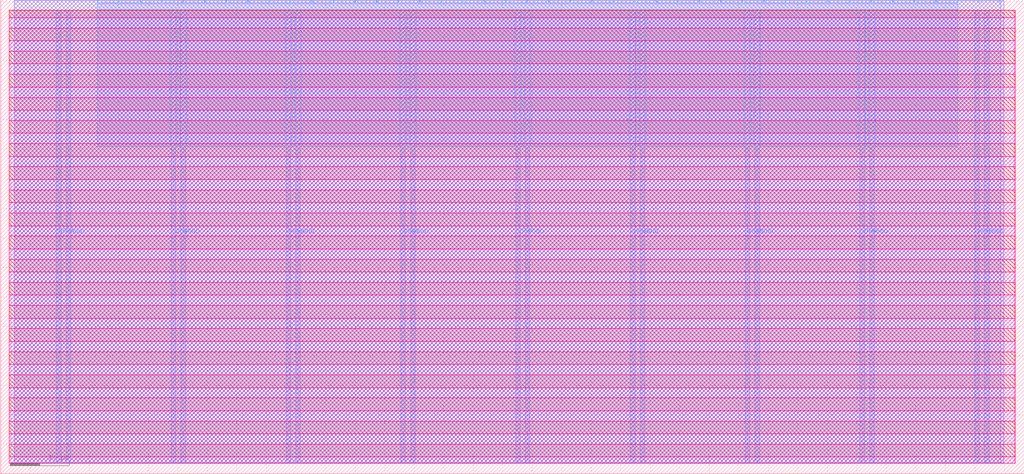
<source format=lef>
VERSION 5.7 ;
  NOWIREEXTENSIONATPIN ON ;
  DIVIDERCHAR "/" ;
  BUSBITCHARS "[]" ;
MACRO tt_um_zacky1972_PVTMonitorSuite
  CLASS BLOCK ;
  FOREIGN tt_um_zacky1972_PVTMonitorSuite ;
  ORIGIN 0.000 0.000 ;
  SIZE 346.640 BY 160.720 ;
  PIN VGND
    DIRECTION INOUT ;
    USE GROUND ;
    PORT
      LAYER Metal4 ;
        RECT 22.180 3.620 23.780 157.100 ;
    END
    PORT
      LAYER Metal4 ;
        RECT 61.050 3.620 62.650 157.100 ;
    END
    PORT
      LAYER Metal4 ;
        RECT 99.920 3.620 101.520 157.100 ;
    END
    PORT
      LAYER Metal4 ;
        RECT 138.790 3.620 140.390 157.100 ;
    END
    PORT
      LAYER Metal4 ;
        RECT 177.660 3.620 179.260 157.100 ;
    END
    PORT
      LAYER Metal4 ;
        RECT 216.530 3.620 218.130 157.100 ;
    END
    PORT
      LAYER Metal4 ;
        RECT 255.400 3.620 257.000 157.100 ;
    END
    PORT
      LAYER Metal4 ;
        RECT 294.270 3.620 295.870 157.100 ;
    END
    PORT
      LAYER Metal4 ;
        RECT 333.140 3.620 334.740 157.100 ;
    END
  END VGND
  PIN VPWR
    DIRECTION INOUT ;
    USE POWER ;
    PORT
      LAYER Metal4 ;
        RECT 18.880 3.620 20.480 157.100 ;
    END
    PORT
      LAYER Metal4 ;
        RECT 57.750 3.620 59.350 157.100 ;
    END
    PORT
      LAYER Metal4 ;
        RECT 96.620 3.620 98.220 157.100 ;
    END
    PORT
      LAYER Metal4 ;
        RECT 135.490 3.620 137.090 157.100 ;
    END
    PORT
      LAYER Metal4 ;
        RECT 174.360 3.620 175.960 157.100 ;
    END
    PORT
      LAYER Metal4 ;
        RECT 213.230 3.620 214.830 157.100 ;
    END
    PORT
      LAYER Metal4 ;
        RECT 252.100 3.620 253.700 157.100 ;
    END
    PORT
      LAYER Metal4 ;
        RECT 290.970 3.620 292.570 157.100 ;
    END
    PORT
      LAYER Metal4 ;
        RECT 329.840 3.620 331.440 157.100 ;
    END
  END VPWR
  PIN clk
    DIRECTION INPUT ;
    USE SIGNAL ;
    PORT
      LAYER Metal4 ;
        RECT 331.090 159.720 331.390 160.720 ;
    END
  END clk
  PIN ena
    DIRECTION INPUT ;
    USE SIGNAL ;
    PORT
      LAYER Metal4 ;
        RECT 338.370 159.720 338.670 160.720 ;
    END
  END ena
  PIN rst_n
    DIRECTION INPUT ;
    USE SIGNAL ;
    ANTENNAGATEAREA 1.183000 ;
    PORT
      LAYER Metal4 ;
        RECT 323.810 159.720 324.110 160.720 ;
    END
  END rst_n
  PIN ui_in[0]
    DIRECTION INPUT ;
    USE SIGNAL ;
    ANTENNAGATEAREA 0.498500 ;
    PORT
      LAYER Metal4 ;
        RECT 316.530 159.720 316.830 160.720 ;
    END
  END ui_in[0]
  PIN ui_in[1]
    DIRECTION INPUT ;
    USE SIGNAL ;
    ANTENNAGATEAREA 0.396000 ;
    PORT
      LAYER Metal4 ;
        RECT 309.250 159.720 309.550 160.720 ;
    END
  END ui_in[1]
  PIN ui_in[2]
    DIRECTION INPUT ;
    USE SIGNAL ;
    ANTENNAGATEAREA 1.102000 ;
    PORT
      LAYER Metal4 ;
        RECT 301.970 159.720 302.270 160.720 ;
    END
  END ui_in[2]
  PIN ui_in[3]
    DIRECTION INPUT ;
    USE SIGNAL ;
    ANTENNAGATEAREA 0.498500 ;
    PORT
      LAYER Metal4 ;
        RECT 294.690 159.720 294.990 160.720 ;
    END
  END ui_in[3]
  PIN ui_in[4]
    DIRECTION INPUT ;
    USE SIGNAL ;
    ANTENNAGATEAREA 0.396000 ;
    PORT
      LAYER Metal4 ;
        RECT 287.410 159.720 287.710 160.720 ;
    END
  END ui_in[4]
  PIN ui_in[5]
    DIRECTION INPUT ;
    USE SIGNAL ;
    ANTENNAGATEAREA 0.726000 ;
    PORT
      LAYER Metal4 ;
        RECT 280.130 159.720 280.430 160.720 ;
    END
  END ui_in[5]
  PIN ui_in[6]
    DIRECTION INPUT ;
    USE SIGNAL ;
    ANTENNAGATEAREA 0.498500 ;
    PORT
      LAYER Metal4 ;
        RECT 272.850 159.720 273.150 160.720 ;
    END
  END ui_in[6]
  PIN ui_in[7]
    DIRECTION INPUT ;
    USE SIGNAL ;
    ANTENNAGATEAREA 1.102000 ;
    PORT
      LAYER Metal4 ;
        RECT 265.570 159.720 265.870 160.720 ;
    END
  END ui_in[7]
  PIN uio_in[0]
    DIRECTION INPUT ;
    USE SIGNAL ;
    ANTENNAGATEAREA 0.741000 ;
    PORT
      LAYER Metal4 ;
        RECT 258.290 159.720 258.590 160.720 ;
    END
  END uio_in[0]
  PIN uio_in[1]
    DIRECTION INPUT ;
    USE SIGNAL ;
    ANTENNAGATEAREA 0.741000 ;
    PORT
      LAYER Metal4 ;
        RECT 251.010 159.720 251.310 160.720 ;
    END
  END uio_in[1]
  PIN uio_in[2]
    DIRECTION INPUT ;
    USE SIGNAL ;
    ANTENNAGATEAREA 0.396000 ;
    PORT
      LAYER Metal4 ;
        RECT 243.730 159.720 244.030 160.720 ;
    END
  END uio_in[2]
  PIN uio_in[3]
    DIRECTION INPUT ;
    USE SIGNAL ;
    ANTENNAGATEAREA 0.396000 ;
    PORT
      LAYER Metal4 ;
        RECT 236.450 159.720 236.750 160.720 ;
    END
  END uio_in[3]
  PIN uio_in[4]
    DIRECTION INPUT ;
    USE SIGNAL ;
    ANTENNAGATEAREA 0.396000 ;
    PORT
      LAYER Metal4 ;
        RECT 229.170 159.720 229.470 160.720 ;
    END
  END uio_in[4]
  PIN uio_in[5]
    DIRECTION INPUT ;
    USE SIGNAL ;
    ANTENNAGATEAREA 0.396000 ;
    PORT
      LAYER Metal4 ;
        RECT 221.890 159.720 222.190 160.720 ;
    END
  END uio_in[5]
  PIN uio_in[6]
    DIRECTION INPUT ;
    USE SIGNAL ;
    ANTENNAGATEAREA 0.396000 ;
    PORT
      LAYER Metal4 ;
        RECT 214.610 159.720 214.910 160.720 ;
    END
  END uio_in[6]
  PIN uio_in[7]
    DIRECTION INPUT ;
    USE SIGNAL ;
    ANTENNAGATEAREA 0.396000 ;
    PORT
      LAYER Metal4 ;
        RECT 207.330 159.720 207.630 160.720 ;
    END
  END uio_in[7]
  PIN uio_oe[0]
    DIRECTION OUTPUT ;
    USE SIGNAL ;
    ANTENNADIFFAREA 0.536800 ;
    PORT
      LAYER Metal4 ;
        RECT 83.570 159.720 83.870 160.720 ;
    END
  END uio_oe[0]
  PIN uio_oe[1]
    DIRECTION OUTPUT ;
    USE SIGNAL ;
    ANTENNADIFFAREA 0.536800 ;
    PORT
      LAYER Metal4 ;
        RECT 76.290 159.720 76.590 160.720 ;
    END
  END uio_oe[1]
  PIN uio_oe[2]
    DIRECTION OUTPUT ;
    USE SIGNAL ;
    ANTENNADIFFAREA 0.536800 ;
    PORT
      LAYER Metal4 ;
        RECT 69.010 159.720 69.310 160.720 ;
    END
  END uio_oe[2]
  PIN uio_oe[3]
    DIRECTION OUTPUT ;
    USE SIGNAL ;
    ANTENNADIFFAREA 0.536800 ;
    PORT
      LAYER Metal4 ;
        RECT 61.730 159.720 62.030 160.720 ;
    END
  END uio_oe[3]
  PIN uio_oe[4]
    DIRECTION OUTPUT ;
    USE SIGNAL ;
    ANTENNADIFFAREA 0.536800 ;
    PORT
      LAYER Metal4 ;
        RECT 54.450 159.720 54.750 160.720 ;
    END
  END uio_oe[4]
  PIN uio_oe[5]
    DIRECTION OUTPUT ;
    USE SIGNAL ;
    ANTENNADIFFAREA 0.536800 ;
    PORT
      LAYER Metal4 ;
        RECT 47.170 159.720 47.470 160.720 ;
    END
  END uio_oe[5]
  PIN uio_oe[6]
    DIRECTION OUTPUT ;
    USE SIGNAL ;
    ANTENNADIFFAREA 0.536800 ;
    PORT
      LAYER Metal4 ;
        RECT 39.890 159.720 40.190 160.720 ;
    END
  END uio_oe[6]
  PIN uio_oe[7]
    DIRECTION OUTPUT ;
    USE SIGNAL ;
    ANTENNADIFFAREA 0.536800 ;
    PORT
      LAYER Metal4 ;
        RECT 32.610 159.720 32.910 160.720 ;
    END
  END uio_oe[7]
  PIN uio_out[0]
    DIRECTION OUTPUT ;
    USE SIGNAL ;
    ANTENNADIFFAREA 3.879200 ;
    PORT
      LAYER Metal4 ;
        RECT 141.810 159.720 142.110 160.720 ;
    END
  END uio_out[0]
  PIN uio_out[1]
    DIRECTION OUTPUT ;
    USE SIGNAL ;
    ANTENNADIFFAREA 3.879200 ;
    PORT
      LAYER Metal4 ;
        RECT 134.530 159.720 134.830 160.720 ;
    END
  END uio_out[1]
  PIN uio_out[2]
    DIRECTION OUTPUT ;
    USE SIGNAL ;
    ANTENNADIFFAREA 3.879200 ;
    PORT
      LAYER Metal4 ;
        RECT 127.250 159.720 127.550 160.720 ;
    END
  END uio_out[2]
  PIN uio_out[3]
    DIRECTION OUTPUT ;
    USE SIGNAL ;
    ANTENNADIFFAREA 3.879200 ;
    PORT
      LAYER Metal4 ;
        RECT 119.970 159.720 120.270 160.720 ;
    END
  END uio_out[3]
  PIN uio_out[4]
    DIRECTION OUTPUT ;
    USE SIGNAL ;
    ANTENNADIFFAREA 3.879200 ;
    PORT
      LAYER Metal4 ;
        RECT 112.690 159.720 112.990 160.720 ;
    END
  END uio_out[4]
  PIN uio_out[5]
    DIRECTION OUTPUT ;
    USE SIGNAL ;
    ANTENNADIFFAREA 3.879200 ;
    PORT
      LAYER Metal4 ;
        RECT 105.410 159.720 105.710 160.720 ;
    END
  END uio_out[5]
  PIN uio_out[6]
    DIRECTION OUTPUT ;
    USE SIGNAL ;
    ANTENNADIFFAREA 4.389000 ;
    PORT
      LAYER Metal4 ;
        RECT 98.130 159.720 98.430 160.720 ;
    END
  END uio_out[6]
  PIN uio_out[7]
    DIRECTION OUTPUT ;
    USE SIGNAL ;
    ANTENNADIFFAREA 3.879200 ;
    PORT
      LAYER Metal4 ;
        RECT 90.850 159.720 91.150 160.720 ;
    END
  END uio_out[7]
  PIN uo_out[0]
    DIRECTION OUTPUT ;
    USE SIGNAL ;
    ANTENNADIFFAREA 1.986000 ;
    PORT
      LAYER Metal4 ;
        RECT 200.050 159.720 200.350 160.720 ;
    END
  END uo_out[0]
  PIN uo_out[1]
    DIRECTION OUTPUT ;
    USE SIGNAL ;
    ANTENNADIFFAREA 1.986000 ;
    PORT
      LAYER Metal4 ;
        RECT 192.770 159.720 193.070 160.720 ;
    END
  END uo_out[1]
  PIN uo_out[2]
    DIRECTION OUTPUT ;
    USE SIGNAL ;
    ANTENNADIFFAREA 0.360800 ;
    PORT
      LAYER Metal4 ;
        RECT 185.490 159.720 185.790 160.720 ;
    END
  END uo_out[2]
  PIN uo_out[3]
    DIRECTION OUTPUT ;
    USE SIGNAL ;
    ANTENNADIFFAREA 0.360800 ;
    PORT
      LAYER Metal4 ;
        RECT 178.210 159.720 178.510 160.720 ;
    END
  END uo_out[3]
  PIN uo_out[4]
    DIRECTION OUTPUT ;
    USE SIGNAL ;
    ANTENNADIFFAREA 0.360800 ;
    PORT
      LAYER Metal4 ;
        RECT 170.930 159.720 171.230 160.720 ;
    END
  END uo_out[4]
  PIN uo_out[5]
    DIRECTION OUTPUT ;
    USE SIGNAL ;
    ANTENNADIFFAREA 0.360800 ;
    PORT
      LAYER Metal4 ;
        RECT 163.650 159.720 163.950 160.720 ;
    END
  END uo_out[5]
  PIN uo_out[6]
    DIRECTION OUTPUT ;
    USE SIGNAL ;
    ANTENNADIFFAREA 0.360800 ;
    PORT
      LAYER Metal4 ;
        RECT 156.370 159.720 156.670 160.720 ;
    END
  END uo_out[6]
  PIN uo_out[7]
    DIRECTION OUTPUT ;
    USE SIGNAL ;
    ANTENNADIFFAREA 2.932000 ;
    PORT
      LAYER Metal4 ;
        RECT 149.090 159.720 149.390 160.720 ;
    END
  END uo_out[7]
  OBS
      LAYER Nwell ;
        RECT 2.930 154.640 343.710 157.230 ;
      LAYER Pwell ;
        RECT 2.930 151.120 343.710 154.640 ;
      LAYER Nwell ;
        RECT 2.930 146.800 343.710 151.120 ;
      LAYER Pwell ;
        RECT 2.930 143.280 343.710 146.800 ;
      LAYER Nwell ;
        RECT 2.930 138.960 343.710 143.280 ;
      LAYER Pwell ;
        RECT 2.930 135.440 343.710 138.960 ;
      LAYER Nwell ;
        RECT 2.930 131.120 343.710 135.440 ;
      LAYER Pwell ;
        RECT 2.930 127.600 343.710 131.120 ;
      LAYER Nwell ;
        RECT 2.930 123.280 343.710 127.600 ;
      LAYER Pwell ;
        RECT 2.930 119.760 343.710 123.280 ;
      LAYER Nwell ;
        RECT 2.930 115.440 343.710 119.760 ;
      LAYER Pwell ;
        RECT 2.930 111.920 343.710 115.440 ;
      LAYER Nwell ;
        RECT 2.930 107.600 343.710 111.920 ;
      LAYER Pwell ;
        RECT 2.930 104.080 343.710 107.600 ;
      LAYER Nwell ;
        RECT 2.930 99.760 343.710 104.080 ;
      LAYER Pwell ;
        RECT 2.930 96.240 343.710 99.760 ;
      LAYER Nwell ;
        RECT 2.930 91.920 343.710 96.240 ;
      LAYER Pwell ;
        RECT 2.930 88.400 343.710 91.920 ;
      LAYER Nwell ;
        RECT 2.930 84.080 343.710 88.400 ;
      LAYER Pwell ;
        RECT 2.930 80.560 343.710 84.080 ;
      LAYER Nwell ;
        RECT 2.930 76.240 343.710 80.560 ;
      LAYER Pwell ;
        RECT 2.930 72.720 343.710 76.240 ;
      LAYER Nwell ;
        RECT 2.930 68.400 343.710 72.720 ;
      LAYER Pwell ;
        RECT 2.930 64.880 343.710 68.400 ;
      LAYER Nwell ;
        RECT 2.930 60.560 343.710 64.880 ;
      LAYER Pwell ;
        RECT 2.930 57.040 343.710 60.560 ;
      LAYER Nwell ;
        RECT 2.930 52.720 343.710 57.040 ;
      LAYER Pwell ;
        RECT 2.930 49.200 343.710 52.720 ;
      LAYER Nwell ;
        RECT 2.930 44.880 343.710 49.200 ;
      LAYER Pwell ;
        RECT 2.930 41.360 343.710 44.880 ;
      LAYER Nwell ;
        RECT 2.930 37.040 343.710 41.360 ;
      LAYER Pwell ;
        RECT 2.930 33.520 343.710 37.040 ;
      LAYER Nwell ;
        RECT 2.930 29.200 343.710 33.520 ;
      LAYER Pwell ;
        RECT 2.930 25.680 343.710 29.200 ;
      LAYER Nwell ;
        RECT 2.930 21.360 343.710 25.680 ;
      LAYER Pwell ;
        RECT 2.930 17.840 343.710 21.360 ;
      LAYER Nwell ;
        RECT 2.930 13.520 343.710 17.840 ;
      LAYER Pwell ;
        RECT 2.930 10.000 343.710 13.520 ;
      LAYER Nwell ;
        RECT 2.930 5.680 343.710 10.000 ;
      LAYER Pwell ;
        RECT 2.930 3.490 343.710 5.680 ;
      LAYER Metal1 ;
        RECT 3.360 3.620 343.280 157.100 ;
      LAYER Metal2 ;
        RECT 4.620 3.730 339.780 160.630 ;
      LAYER Metal3 ;
        RECT 4.570 3.780 338.710 160.580 ;
      LAYER Metal4 ;
        RECT 33.210 159.420 39.590 159.720 ;
        RECT 40.490 159.420 46.870 159.720 ;
        RECT 47.770 159.420 54.150 159.720 ;
        RECT 55.050 159.420 61.430 159.720 ;
        RECT 62.330 159.420 68.710 159.720 ;
        RECT 69.610 159.420 75.990 159.720 ;
        RECT 76.890 159.420 83.270 159.720 ;
        RECT 84.170 159.420 90.550 159.720 ;
        RECT 91.450 159.420 97.830 159.720 ;
        RECT 98.730 159.420 105.110 159.720 ;
        RECT 106.010 159.420 112.390 159.720 ;
        RECT 113.290 159.420 119.670 159.720 ;
        RECT 120.570 159.420 126.950 159.720 ;
        RECT 127.850 159.420 134.230 159.720 ;
        RECT 135.130 159.420 141.510 159.720 ;
        RECT 142.410 159.420 148.790 159.720 ;
        RECT 149.690 159.420 156.070 159.720 ;
        RECT 156.970 159.420 163.350 159.720 ;
        RECT 164.250 159.420 170.630 159.720 ;
        RECT 171.530 159.420 177.910 159.720 ;
        RECT 178.810 159.420 185.190 159.720 ;
        RECT 186.090 159.420 192.470 159.720 ;
        RECT 193.370 159.420 199.750 159.720 ;
        RECT 200.650 159.420 207.030 159.720 ;
        RECT 207.930 159.420 214.310 159.720 ;
        RECT 215.210 159.420 221.590 159.720 ;
        RECT 222.490 159.420 228.870 159.720 ;
        RECT 229.770 159.420 236.150 159.720 ;
        RECT 237.050 159.420 243.430 159.720 ;
        RECT 244.330 159.420 250.710 159.720 ;
        RECT 251.610 159.420 257.990 159.720 ;
        RECT 258.890 159.420 265.270 159.720 ;
        RECT 266.170 159.420 272.550 159.720 ;
        RECT 273.450 159.420 279.830 159.720 ;
        RECT 280.730 159.420 287.110 159.720 ;
        RECT 288.010 159.420 294.390 159.720 ;
        RECT 295.290 159.420 301.670 159.720 ;
        RECT 302.570 159.420 308.950 159.720 ;
        RECT 309.850 159.420 316.230 159.720 ;
        RECT 317.130 159.420 323.510 159.720 ;
        RECT 32.620 157.400 324.100 159.420 ;
        RECT 32.620 110.970 57.450 157.400 ;
        RECT 59.650 110.970 60.750 157.400 ;
        RECT 62.950 110.970 96.320 157.400 ;
        RECT 98.520 110.970 99.620 157.400 ;
        RECT 101.820 110.970 135.190 157.400 ;
        RECT 137.390 110.970 138.490 157.400 ;
        RECT 140.690 110.970 174.060 157.400 ;
        RECT 176.260 110.970 177.360 157.400 ;
        RECT 179.560 110.970 212.930 157.400 ;
        RECT 215.130 110.970 216.230 157.400 ;
        RECT 218.430 110.970 251.800 157.400 ;
        RECT 254.000 110.970 255.100 157.400 ;
        RECT 257.300 110.970 290.670 157.400 ;
        RECT 292.870 110.970 293.970 157.400 ;
        RECT 296.170 110.970 324.100 157.400 ;
  END
END tt_um_zacky1972_PVTMonitorSuite
END LIBRARY


</source>
